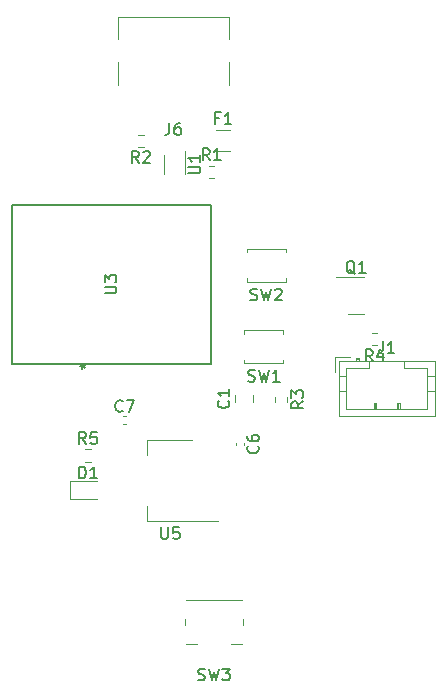
<source format=gbr>
%TF.GenerationSoftware,KiCad,Pcbnew,7.0.10*%
%TF.CreationDate,2024-08-20T03:50:42-07:00*%
%TF.ProjectId,kicad,6b696361-642e-46b6-9963-61645f706362,rev?*%
%TF.SameCoordinates,Original*%
%TF.FileFunction,Legend,Top*%
%TF.FilePolarity,Positive*%
%FSLAX46Y46*%
G04 Gerber Fmt 4.6, Leading zero omitted, Abs format (unit mm)*
G04 Created by KiCad (PCBNEW 7.0.10) date 2024-08-20 03:50:42*
%MOMM*%
%LPD*%
G01*
G04 APERTURE LIST*
%ADD10C,0.150000*%
%ADD11C,0.120000*%
%ADD12C,0.152400*%
G04 APERTURE END LIST*
D10*
X160049580Y-107016666D02*
X160097200Y-107064285D01*
X160097200Y-107064285D02*
X160144819Y-107207142D01*
X160144819Y-107207142D02*
X160144819Y-107302380D01*
X160144819Y-107302380D02*
X160097200Y-107445237D01*
X160097200Y-107445237D02*
X160001961Y-107540475D01*
X160001961Y-107540475D02*
X159906723Y-107588094D01*
X159906723Y-107588094D02*
X159716247Y-107635713D01*
X159716247Y-107635713D02*
X159573390Y-107635713D01*
X159573390Y-107635713D02*
X159382914Y-107588094D01*
X159382914Y-107588094D02*
X159287676Y-107540475D01*
X159287676Y-107540475D02*
X159192438Y-107445237D01*
X159192438Y-107445237D02*
X159144819Y-107302380D01*
X159144819Y-107302380D02*
X159144819Y-107207142D01*
X159144819Y-107207142D02*
X159192438Y-107064285D01*
X159192438Y-107064285D02*
X159240057Y-107016666D01*
X159144819Y-106159523D02*
X159144819Y-106349999D01*
X159144819Y-106349999D02*
X159192438Y-106445237D01*
X159192438Y-106445237D02*
X159240057Y-106492856D01*
X159240057Y-106492856D02*
X159382914Y-106588094D01*
X159382914Y-106588094D02*
X159573390Y-106635713D01*
X159573390Y-106635713D02*
X159954342Y-106635713D01*
X159954342Y-106635713D02*
X160049580Y-106588094D01*
X160049580Y-106588094D02*
X160097200Y-106540475D01*
X160097200Y-106540475D02*
X160144819Y-106445237D01*
X160144819Y-106445237D02*
X160144819Y-106254761D01*
X160144819Y-106254761D02*
X160097200Y-106159523D01*
X160097200Y-106159523D02*
X160049580Y-106111904D01*
X160049580Y-106111904D02*
X159954342Y-106064285D01*
X159954342Y-106064285D02*
X159716247Y-106064285D01*
X159716247Y-106064285D02*
X159621009Y-106111904D01*
X159621009Y-106111904D02*
X159573390Y-106159523D01*
X159573390Y-106159523D02*
X159525771Y-106254761D01*
X159525771Y-106254761D02*
X159525771Y-106445237D01*
X159525771Y-106445237D02*
X159573390Y-106540475D01*
X159573390Y-106540475D02*
X159621009Y-106588094D01*
X159621009Y-106588094D02*
X159716247Y-106635713D01*
X145503333Y-106854819D02*
X145170000Y-106378628D01*
X144931905Y-106854819D02*
X144931905Y-105854819D01*
X144931905Y-105854819D02*
X145312857Y-105854819D01*
X145312857Y-105854819D02*
X145408095Y-105902438D01*
X145408095Y-105902438D02*
X145455714Y-105950057D01*
X145455714Y-105950057D02*
X145503333Y-106045295D01*
X145503333Y-106045295D02*
X145503333Y-106188152D01*
X145503333Y-106188152D02*
X145455714Y-106283390D01*
X145455714Y-106283390D02*
X145408095Y-106331009D01*
X145408095Y-106331009D02*
X145312857Y-106378628D01*
X145312857Y-106378628D02*
X144931905Y-106378628D01*
X146408095Y-105854819D02*
X145931905Y-105854819D01*
X145931905Y-105854819D02*
X145884286Y-106331009D01*
X145884286Y-106331009D02*
X145931905Y-106283390D01*
X145931905Y-106283390D02*
X146027143Y-106235771D01*
X146027143Y-106235771D02*
X146265238Y-106235771D01*
X146265238Y-106235771D02*
X146360476Y-106283390D01*
X146360476Y-106283390D02*
X146408095Y-106331009D01*
X146408095Y-106331009D02*
X146455714Y-106426247D01*
X146455714Y-106426247D02*
X146455714Y-106664342D01*
X146455714Y-106664342D02*
X146408095Y-106759580D01*
X146408095Y-106759580D02*
X146360476Y-106807200D01*
X146360476Y-106807200D02*
X146265238Y-106854819D01*
X146265238Y-106854819D02*
X146027143Y-106854819D01*
X146027143Y-106854819D02*
X145931905Y-106807200D01*
X145931905Y-106807200D02*
X145884286Y-106759580D01*
X169773333Y-99854819D02*
X169440000Y-99378628D01*
X169201905Y-99854819D02*
X169201905Y-98854819D01*
X169201905Y-98854819D02*
X169582857Y-98854819D01*
X169582857Y-98854819D02*
X169678095Y-98902438D01*
X169678095Y-98902438D02*
X169725714Y-98950057D01*
X169725714Y-98950057D02*
X169773333Y-99045295D01*
X169773333Y-99045295D02*
X169773333Y-99188152D01*
X169773333Y-99188152D02*
X169725714Y-99283390D01*
X169725714Y-99283390D02*
X169678095Y-99331009D01*
X169678095Y-99331009D02*
X169582857Y-99378628D01*
X169582857Y-99378628D02*
X169201905Y-99378628D01*
X170630476Y-99188152D02*
X170630476Y-99854819D01*
X170392381Y-98807200D02*
X170154286Y-99521485D01*
X170154286Y-99521485D02*
X170773333Y-99521485D01*
X157549580Y-103176666D02*
X157597200Y-103224285D01*
X157597200Y-103224285D02*
X157644819Y-103367142D01*
X157644819Y-103367142D02*
X157644819Y-103462380D01*
X157644819Y-103462380D02*
X157597200Y-103605237D01*
X157597200Y-103605237D02*
X157501961Y-103700475D01*
X157501961Y-103700475D02*
X157406723Y-103748094D01*
X157406723Y-103748094D02*
X157216247Y-103795713D01*
X157216247Y-103795713D02*
X157073390Y-103795713D01*
X157073390Y-103795713D02*
X156882914Y-103748094D01*
X156882914Y-103748094D02*
X156787676Y-103700475D01*
X156787676Y-103700475D02*
X156692438Y-103605237D01*
X156692438Y-103605237D02*
X156644819Y-103462380D01*
X156644819Y-103462380D02*
X156644819Y-103367142D01*
X156644819Y-103367142D02*
X156692438Y-103224285D01*
X156692438Y-103224285D02*
X156740057Y-103176666D01*
X157644819Y-102224285D02*
X157644819Y-102795713D01*
X157644819Y-102509999D02*
X156644819Y-102509999D01*
X156644819Y-102509999D02*
X156787676Y-102605237D01*
X156787676Y-102605237D02*
X156882914Y-102700475D01*
X156882914Y-102700475D02*
X156930533Y-102795713D01*
X147089719Y-94111903D02*
X147899242Y-94111903D01*
X147899242Y-94111903D02*
X147994480Y-94064284D01*
X147994480Y-94064284D02*
X148042100Y-94016665D01*
X148042100Y-94016665D02*
X148089719Y-93921427D01*
X148089719Y-93921427D02*
X148089719Y-93730951D01*
X148089719Y-93730951D02*
X148042100Y-93635713D01*
X148042100Y-93635713D02*
X147994480Y-93588094D01*
X147994480Y-93588094D02*
X147899242Y-93540475D01*
X147899242Y-93540475D02*
X147089719Y-93540475D01*
X147089719Y-93159522D02*
X147089719Y-92540475D01*
X147089719Y-92540475D02*
X147470671Y-92873808D01*
X147470671Y-92873808D02*
X147470671Y-92730951D01*
X147470671Y-92730951D02*
X147518290Y-92635713D01*
X147518290Y-92635713D02*
X147565909Y-92588094D01*
X147565909Y-92588094D02*
X147661147Y-92540475D01*
X147661147Y-92540475D02*
X147899242Y-92540475D01*
X147899242Y-92540475D02*
X147994480Y-92588094D01*
X147994480Y-92588094D02*
X148042100Y-92635713D01*
X148042100Y-92635713D02*
X148089719Y-92730951D01*
X148089719Y-92730951D02*
X148089719Y-93016665D01*
X148089719Y-93016665D02*
X148042100Y-93111903D01*
X148042100Y-93111903D02*
X147994480Y-93159522D01*
X145013819Y-100291398D02*
X145251914Y-100291398D01*
X145156676Y-100529493D02*
X145251914Y-100291398D01*
X145251914Y-100291398D02*
X145156676Y-100053303D01*
X145442390Y-100434255D02*
X145251914Y-100291398D01*
X145251914Y-100291398D02*
X145442390Y-100148541D01*
X145013819Y-100291398D02*
X145251914Y-100291398D01*
X145156676Y-100529493D02*
X145251914Y-100291398D01*
X145251914Y-100291398D02*
X145156676Y-100053303D01*
X145442390Y-100434255D02*
X145251914Y-100291398D01*
X145251914Y-100291398D02*
X145442390Y-100148541D01*
X159426667Y-94647200D02*
X159569524Y-94694819D01*
X159569524Y-94694819D02*
X159807619Y-94694819D01*
X159807619Y-94694819D02*
X159902857Y-94647200D01*
X159902857Y-94647200D02*
X159950476Y-94599580D01*
X159950476Y-94599580D02*
X159998095Y-94504342D01*
X159998095Y-94504342D02*
X159998095Y-94409104D01*
X159998095Y-94409104D02*
X159950476Y-94313866D01*
X159950476Y-94313866D02*
X159902857Y-94266247D01*
X159902857Y-94266247D02*
X159807619Y-94218628D01*
X159807619Y-94218628D02*
X159617143Y-94171009D01*
X159617143Y-94171009D02*
X159521905Y-94123390D01*
X159521905Y-94123390D02*
X159474286Y-94075771D01*
X159474286Y-94075771D02*
X159426667Y-93980533D01*
X159426667Y-93980533D02*
X159426667Y-93885295D01*
X159426667Y-93885295D02*
X159474286Y-93790057D01*
X159474286Y-93790057D02*
X159521905Y-93742438D01*
X159521905Y-93742438D02*
X159617143Y-93694819D01*
X159617143Y-93694819D02*
X159855238Y-93694819D01*
X159855238Y-93694819D02*
X159998095Y-93742438D01*
X160331429Y-93694819D02*
X160569524Y-94694819D01*
X160569524Y-94694819D02*
X160760000Y-93980533D01*
X160760000Y-93980533D02*
X160950476Y-94694819D01*
X160950476Y-94694819D02*
X161188572Y-93694819D01*
X161521905Y-93790057D02*
X161569524Y-93742438D01*
X161569524Y-93742438D02*
X161664762Y-93694819D01*
X161664762Y-93694819D02*
X161902857Y-93694819D01*
X161902857Y-93694819D02*
X161998095Y-93742438D01*
X161998095Y-93742438D02*
X162045714Y-93790057D01*
X162045714Y-93790057D02*
X162093333Y-93885295D01*
X162093333Y-93885295D02*
X162093333Y-93980533D01*
X162093333Y-93980533D02*
X162045714Y-94123390D01*
X162045714Y-94123390D02*
X161474286Y-94694819D01*
X161474286Y-94694819D02*
X162093333Y-94694819D01*
X170626666Y-98164819D02*
X170626666Y-98879104D01*
X170626666Y-98879104D02*
X170579047Y-99021961D01*
X170579047Y-99021961D02*
X170483809Y-99117200D01*
X170483809Y-99117200D02*
X170340952Y-99164819D01*
X170340952Y-99164819D02*
X170245714Y-99164819D01*
X171626666Y-99164819D02*
X171055238Y-99164819D01*
X171340952Y-99164819D02*
X171340952Y-98164819D01*
X171340952Y-98164819D02*
X171245714Y-98307676D01*
X171245714Y-98307676D02*
X171150476Y-98402914D01*
X171150476Y-98402914D02*
X171055238Y-98450533D01*
X149973333Y-83064819D02*
X149640000Y-82588628D01*
X149401905Y-83064819D02*
X149401905Y-82064819D01*
X149401905Y-82064819D02*
X149782857Y-82064819D01*
X149782857Y-82064819D02*
X149878095Y-82112438D01*
X149878095Y-82112438D02*
X149925714Y-82160057D01*
X149925714Y-82160057D02*
X149973333Y-82255295D01*
X149973333Y-82255295D02*
X149973333Y-82398152D01*
X149973333Y-82398152D02*
X149925714Y-82493390D01*
X149925714Y-82493390D02*
X149878095Y-82541009D01*
X149878095Y-82541009D02*
X149782857Y-82588628D01*
X149782857Y-82588628D02*
X149401905Y-82588628D01*
X150354286Y-82160057D02*
X150401905Y-82112438D01*
X150401905Y-82112438D02*
X150497143Y-82064819D01*
X150497143Y-82064819D02*
X150735238Y-82064819D01*
X150735238Y-82064819D02*
X150830476Y-82112438D01*
X150830476Y-82112438D02*
X150878095Y-82160057D01*
X150878095Y-82160057D02*
X150925714Y-82255295D01*
X150925714Y-82255295D02*
X150925714Y-82350533D01*
X150925714Y-82350533D02*
X150878095Y-82493390D01*
X150878095Y-82493390D02*
X150306667Y-83064819D01*
X150306667Y-83064819D02*
X150925714Y-83064819D01*
X151858095Y-113894819D02*
X151858095Y-114704342D01*
X151858095Y-114704342D02*
X151905714Y-114799580D01*
X151905714Y-114799580D02*
X151953333Y-114847200D01*
X151953333Y-114847200D02*
X152048571Y-114894819D01*
X152048571Y-114894819D02*
X152239047Y-114894819D01*
X152239047Y-114894819D02*
X152334285Y-114847200D01*
X152334285Y-114847200D02*
X152381904Y-114799580D01*
X152381904Y-114799580D02*
X152429523Y-114704342D01*
X152429523Y-114704342D02*
X152429523Y-113894819D01*
X153381904Y-113894819D02*
X152905714Y-113894819D01*
X152905714Y-113894819D02*
X152858095Y-114371009D01*
X152858095Y-114371009D02*
X152905714Y-114323390D01*
X152905714Y-114323390D02*
X153000952Y-114275771D01*
X153000952Y-114275771D02*
X153239047Y-114275771D01*
X153239047Y-114275771D02*
X153334285Y-114323390D01*
X153334285Y-114323390D02*
X153381904Y-114371009D01*
X153381904Y-114371009D02*
X153429523Y-114466247D01*
X153429523Y-114466247D02*
X153429523Y-114704342D01*
X153429523Y-114704342D02*
X153381904Y-114799580D01*
X153381904Y-114799580D02*
X153334285Y-114847200D01*
X153334285Y-114847200D02*
X153239047Y-114894819D01*
X153239047Y-114894819D02*
X153000952Y-114894819D01*
X153000952Y-114894819D02*
X152905714Y-114847200D01*
X152905714Y-114847200D02*
X152858095Y-114799580D01*
X148613333Y-104039580D02*
X148565714Y-104087200D01*
X148565714Y-104087200D02*
X148422857Y-104134819D01*
X148422857Y-104134819D02*
X148327619Y-104134819D01*
X148327619Y-104134819D02*
X148184762Y-104087200D01*
X148184762Y-104087200D02*
X148089524Y-103991961D01*
X148089524Y-103991961D02*
X148041905Y-103896723D01*
X148041905Y-103896723D02*
X147994286Y-103706247D01*
X147994286Y-103706247D02*
X147994286Y-103563390D01*
X147994286Y-103563390D02*
X148041905Y-103372914D01*
X148041905Y-103372914D02*
X148089524Y-103277676D01*
X148089524Y-103277676D02*
X148184762Y-103182438D01*
X148184762Y-103182438D02*
X148327619Y-103134819D01*
X148327619Y-103134819D02*
X148422857Y-103134819D01*
X148422857Y-103134819D02*
X148565714Y-103182438D01*
X148565714Y-103182438D02*
X148613333Y-103230057D01*
X148946667Y-103134819D02*
X149613333Y-103134819D01*
X149613333Y-103134819D02*
X149184762Y-104134819D01*
X156766666Y-79261009D02*
X156433333Y-79261009D01*
X156433333Y-79784819D02*
X156433333Y-78784819D01*
X156433333Y-78784819D02*
X156909523Y-78784819D01*
X157814285Y-79784819D02*
X157242857Y-79784819D01*
X157528571Y-79784819D02*
X157528571Y-78784819D01*
X157528571Y-78784819D02*
X157433333Y-78927676D01*
X157433333Y-78927676D02*
X157338095Y-79022914D01*
X157338095Y-79022914D02*
X157242857Y-79070533D01*
X159236667Y-101527200D02*
X159379524Y-101574819D01*
X159379524Y-101574819D02*
X159617619Y-101574819D01*
X159617619Y-101574819D02*
X159712857Y-101527200D01*
X159712857Y-101527200D02*
X159760476Y-101479580D01*
X159760476Y-101479580D02*
X159808095Y-101384342D01*
X159808095Y-101384342D02*
X159808095Y-101289104D01*
X159808095Y-101289104D02*
X159760476Y-101193866D01*
X159760476Y-101193866D02*
X159712857Y-101146247D01*
X159712857Y-101146247D02*
X159617619Y-101098628D01*
X159617619Y-101098628D02*
X159427143Y-101051009D01*
X159427143Y-101051009D02*
X159331905Y-101003390D01*
X159331905Y-101003390D02*
X159284286Y-100955771D01*
X159284286Y-100955771D02*
X159236667Y-100860533D01*
X159236667Y-100860533D02*
X159236667Y-100765295D01*
X159236667Y-100765295D02*
X159284286Y-100670057D01*
X159284286Y-100670057D02*
X159331905Y-100622438D01*
X159331905Y-100622438D02*
X159427143Y-100574819D01*
X159427143Y-100574819D02*
X159665238Y-100574819D01*
X159665238Y-100574819D02*
X159808095Y-100622438D01*
X160141429Y-100574819D02*
X160379524Y-101574819D01*
X160379524Y-101574819D02*
X160570000Y-100860533D01*
X160570000Y-100860533D02*
X160760476Y-101574819D01*
X160760476Y-101574819D02*
X160998572Y-100574819D01*
X161903333Y-101574819D02*
X161331905Y-101574819D01*
X161617619Y-101574819D02*
X161617619Y-100574819D01*
X161617619Y-100574819D02*
X161522381Y-100717676D01*
X161522381Y-100717676D02*
X161427143Y-100812914D01*
X161427143Y-100812914D02*
X161331905Y-100860533D01*
X154174819Y-83951904D02*
X154984342Y-83951904D01*
X154984342Y-83951904D02*
X155079580Y-83904285D01*
X155079580Y-83904285D02*
X155127200Y-83856666D01*
X155127200Y-83856666D02*
X155174819Y-83761428D01*
X155174819Y-83761428D02*
X155174819Y-83570952D01*
X155174819Y-83570952D02*
X155127200Y-83475714D01*
X155127200Y-83475714D02*
X155079580Y-83428095D01*
X155079580Y-83428095D02*
X154984342Y-83380476D01*
X154984342Y-83380476D02*
X154174819Y-83380476D01*
X155174819Y-82380476D02*
X155174819Y-82951904D01*
X155174819Y-82666190D02*
X154174819Y-82666190D01*
X154174819Y-82666190D02*
X154317676Y-82761428D01*
X154317676Y-82761428D02*
X154412914Y-82856666D01*
X154412914Y-82856666D02*
X154460533Y-82951904D01*
X155973333Y-82834819D02*
X155640000Y-82358628D01*
X155401905Y-82834819D02*
X155401905Y-81834819D01*
X155401905Y-81834819D02*
X155782857Y-81834819D01*
X155782857Y-81834819D02*
X155878095Y-81882438D01*
X155878095Y-81882438D02*
X155925714Y-81930057D01*
X155925714Y-81930057D02*
X155973333Y-82025295D01*
X155973333Y-82025295D02*
X155973333Y-82168152D01*
X155973333Y-82168152D02*
X155925714Y-82263390D01*
X155925714Y-82263390D02*
X155878095Y-82311009D01*
X155878095Y-82311009D02*
X155782857Y-82358628D01*
X155782857Y-82358628D02*
X155401905Y-82358628D01*
X156925714Y-82834819D02*
X156354286Y-82834819D01*
X156640000Y-82834819D02*
X156640000Y-81834819D01*
X156640000Y-81834819D02*
X156544762Y-81977676D01*
X156544762Y-81977676D02*
X156449524Y-82072914D01*
X156449524Y-82072914D02*
X156354286Y-82120533D01*
X144931905Y-109774819D02*
X144931905Y-108774819D01*
X144931905Y-108774819D02*
X145170000Y-108774819D01*
X145170000Y-108774819D02*
X145312857Y-108822438D01*
X145312857Y-108822438D02*
X145408095Y-108917676D01*
X145408095Y-108917676D02*
X145455714Y-109012914D01*
X145455714Y-109012914D02*
X145503333Y-109203390D01*
X145503333Y-109203390D02*
X145503333Y-109346247D01*
X145503333Y-109346247D02*
X145455714Y-109536723D01*
X145455714Y-109536723D02*
X145408095Y-109631961D01*
X145408095Y-109631961D02*
X145312857Y-109727200D01*
X145312857Y-109727200D02*
X145170000Y-109774819D01*
X145170000Y-109774819D02*
X144931905Y-109774819D01*
X146455714Y-109774819D02*
X145884286Y-109774819D01*
X146170000Y-109774819D02*
X146170000Y-108774819D01*
X146170000Y-108774819D02*
X146074762Y-108917676D01*
X146074762Y-108917676D02*
X145979524Y-109012914D01*
X145979524Y-109012914D02*
X145884286Y-109060533D01*
X155016667Y-126832200D02*
X155159524Y-126879819D01*
X155159524Y-126879819D02*
X155397619Y-126879819D01*
X155397619Y-126879819D02*
X155492857Y-126832200D01*
X155492857Y-126832200D02*
X155540476Y-126784580D01*
X155540476Y-126784580D02*
X155588095Y-126689342D01*
X155588095Y-126689342D02*
X155588095Y-126594104D01*
X155588095Y-126594104D02*
X155540476Y-126498866D01*
X155540476Y-126498866D02*
X155492857Y-126451247D01*
X155492857Y-126451247D02*
X155397619Y-126403628D01*
X155397619Y-126403628D02*
X155207143Y-126356009D01*
X155207143Y-126356009D02*
X155111905Y-126308390D01*
X155111905Y-126308390D02*
X155064286Y-126260771D01*
X155064286Y-126260771D02*
X155016667Y-126165533D01*
X155016667Y-126165533D02*
X155016667Y-126070295D01*
X155016667Y-126070295D02*
X155064286Y-125975057D01*
X155064286Y-125975057D02*
X155111905Y-125927438D01*
X155111905Y-125927438D02*
X155207143Y-125879819D01*
X155207143Y-125879819D02*
X155445238Y-125879819D01*
X155445238Y-125879819D02*
X155588095Y-125927438D01*
X155921429Y-125879819D02*
X156159524Y-126879819D01*
X156159524Y-126879819D02*
X156350000Y-126165533D01*
X156350000Y-126165533D02*
X156540476Y-126879819D01*
X156540476Y-126879819D02*
X156778572Y-125879819D01*
X157064286Y-125879819D02*
X157683333Y-125879819D01*
X157683333Y-125879819D02*
X157350000Y-126260771D01*
X157350000Y-126260771D02*
X157492857Y-126260771D01*
X157492857Y-126260771D02*
X157588095Y-126308390D01*
X157588095Y-126308390D02*
X157635714Y-126356009D01*
X157635714Y-126356009D02*
X157683333Y-126451247D01*
X157683333Y-126451247D02*
X157683333Y-126689342D01*
X157683333Y-126689342D02*
X157635714Y-126784580D01*
X157635714Y-126784580D02*
X157588095Y-126832200D01*
X157588095Y-126832200D02*
X157492857Y-126879819D01*
X157492857Y-126879819D02*
X157207143Y-126879819D01*
X157207143Y-126879819D02*
X157111905Y-126832200D01*
X157111905Y-126832200D02*
X157064286Y-126784580D01*
X163904819Y-103256666D02*
X163428628Y-103589999D01*
X163904819Y-103828094D02*
X162904819Y-103828094D01*
X162904819Y-103828094D02*
X162904819Y-103447142D01*
X162904819Y-103447142D02*
X162952438Y-103351904D01*
X162952438Y-103351904D02*
X163000057Y-103304285D01*
X163000057Y-103304285D02*
X163095295Y-103256666D01*
X163095295Y-103256666D02*
X163238152Y-103256666D01*
X163238152Y-103256666D02*
X163333390Y-103304285D01*
X163333390Y-103304285D02*
X163381009Y-103351904D01*
X163381009Y-103351904D02*
X163428628Y-103447142D01*
X163428628Y-103447142D02*
X163428628Y-103828094D01*
X162904819Y-102923332D02*
X162904819Y-102304285D01*
X162904819Y-102304285D02*
X163285771Y-102637618D01*
X163285771Y-102637618D02*
X163285771Y-102494761D01*
X163285771Y-102494761D02*
X163333390Y-102399523D01*
X163333390Y-102399523D02*
X163381009Y-102351904D01*
X163381009Y-102351904D02*
X163476247Y-102304285D01*
X163476247Y-102304285D02*
X163714342Y-102304285D01*
X163714342Y-102304285D02*
X163809580Y-102351904D01*
X163809580Y-102351904D02*
X163857200Y-102399523D01*
X163857200Y-102399523D02*
X163904819Y-102494761D01*
X163904819Y-102494761D02*
X163904819Y-102780475D01*
X163904819Y-102780475D02*
X163857200Y-102875713D01*
X163857200Y-102875713D02*
X163809580Y-102923332D01*
X152566666Y-79679819D02*
X152566666Y-80394104D01*
X152566666Y-80394104D02*
X152519047Y-80536961D01*
X152519047Y-80536961D02*
X152423809Y-80632200D01*
X152423809Y-80632200D02*
X152280952Y-80679819D01*
X152280952Y-80679819D02*
X152185714Y-80679819D01*
X153471428Y-79679819D02*
X153280952Y-79679819D01*
X153280952Y-79679819D02*
X153185714Y-79727438D01*
X153185714Y-79727438D02*
X153138095Y-79775057D01*
X153138095Y-79775057D02*
X153042857Y-79917914D01*
X153042857Y-79917914D02*
X152995238Y-80108390D01*
X152995238Y-80108390D02*
X152995238Y-80489342D01*
X152995238Y-80489342D02*
X153042857Y-80584580D01*
X153042857Y-80584580D02*
X153090476Y-80632200D01*
X153090476Y-80632200D02*
X153185714Y-80679819D01*
X153185714Y-80679819D02*
X153376190Y-80679819D01*
X153376190Y-80679819D02*
X153471428Y-80632200D01*
X153471428Y-80632200D02*
X153519047Y-80584580D01*
X153519047Y-80584580D02*
X153566666Y-80489342D01*
X153566666Y-80489342D02*
X153566666Y-80251247D01*
X153566666Y-80251247D02*
X153519047Y-80156009D01*
X153519047Y-80156009D02*
X153471428Y-80108390D01*
X153471428Y-80108390D02*
X153376190Y-80060771D01*
X153376190Y-80060771D02*
X153185714Y-80060771D01*
X153185714Y-80060771D02*
X153090476Y-80108390D01*
X153090476Y-80108390D02*
X153042857Y-80156009D01*
X153042857Y-80156009D02*
X152995238Y-80251247D01*
X168284761Y-92460057D02*
X168189523Y-92412438D01*
X168189523Y-92412438D02*
X168094285Y-92317200D01*
X168094285Y-92317200D02*
X167951428Y-92174342D01*
X167951428Y-92174342D02*
X167856190Y-92126723D01*
X167856190Y-92126723D02*
X167760952Y-92126723D01*
X167808571Y-92364819D02*
X167713333Y-92317200D01*
X167713333Y-92317200D02*
X167618095Y-92221961D01*
X167618095Y-92221961D02*
X167570476Y-92031485D01*
X167570476Y-92031485D02*
X167570476Y-91698152D01*
X167570476Y-91698152D02*
X167618095Y-91507676D01*
X167618095Y-91507676D02*
X167713333Y-91412438D01*
X167713333Y-91412438D02*
X167808571Y-91364819D01*
X167808571Y-91364819D02*
X167999047Y-91364819D01*
X167999047Y-91364819D02*
X168094285Y-91412438D01*
X168094285Y-91412438D02*
X168189523Y-91507676D01*
X168189523Y-91507676D02*
X168237142Y-91698152D01*
X168237142Y-91698152D02*
X168237142Y-92031485D01*
X168237142Y-92031485D02*
X168189523Y-92221961D01*
X168189523Y-92221961D02*
X168094285Y-92317200D01*
X168094285Y-92317200D02*
X167999047Y-92364819D01*
X167999047Y-92364819D02*
X167808571Y-92364819D01*
X169189523Y-92364819D02*
X168618095Y-92364819D01*
X168903809Y-92364819D02*
X168903809Y-91364819D01*
X168903809Y-91364819D02*
X168808571Y-91507676D01*
X168808571Y-91507676D02*
X168713333Y-91602914D01*
X168713333Y-91602914D02*
X168618095Y-91650533D01*
D11*
%TO.C,C6*%
X158890000Y-106742164D02*
X158890000Y-106957836D01*
X158170000Y-106742164D02*
X158170000Y-106957836D01*
%TO.C,R5*%
X145432742Y-107307500D02*
X145907258Y-107307500D01*
X145432742Y-108352500D02*
X145907258Y-108352500D01*
%TO.C,R4*%
X170177258Y-97447500D02*
X169702742Y-97447500D01*
X170177258Y-98492500D02*
X169702742Y-98492500D01*
%TO.C,C1*%
X158135000Y-103271252D02*
X158135000Y-102748748D01*
X159605000Y-103271252D02*
X159605000Y-102748748D01*
D12*
%TO.C,U3*%
X156067700Y-86618999D02*
X156067700Y-100080999D01*
X139202100Y-86618999D02*
X156067700Y-86618999D01*
X156067700Y-100080999D02*
X139202100Y-100080999D01*
X139202100Y-100080999D02*
X139202100Y-86618999D01*
D11*
%TO.C,SW2*%
X162410000Y-93140000D02*
X159110000Y-93140000D01*
X162410000Y-92840000D02*
X162410000Y-93140000D01*
X162410000Y-90640000D02*
X162410000Y-90340000D01*
X162410000Y-90340000D02*
X159110000Y-90340000D01*
X159110000Y-93140000D02*
X159110000Y-92840000D01*
X159110000Y-90340000D02*
X159110000Y-90640000D01*
%TO.C,J1*%
X166600000Y-99500000D02*
X166600000Y-100750000D01*
X166900000Y-99800000D02*
X166900000Y-104520000D01*
X166900000Y-101110000D02*
X167510000Y-101110000D01*
X166900000Y-102410000D02*
X167510000Y-102410000D01*
X166900000Y-104520000D02*
X175020000Y-104520000D01*
X167510000Y-100410000D02*
X167510000Y-103910000D01*
X167510000Y-103910000D02*
X174410000Y-103910000D01*
X167850000Y-99500000D02*
X166600000Y-99500000D01*
X168360000Y-99600000D02*
X168360000Y-99800000D01*
X168660000Y-99600000D02*
X168360000Y-99600000D01*
X168660000Y-99700000D02*
X168360000Y-99700000D01*
X168660000Y-99800000D02*
X168660000Y-99600000D01*
X169460000Y-99800000D02*
X169460000Y-100410000D01*
X169460000Y-100410000D02*
X167510000Y-100410000D01*
X169860000Y-103410000D02*
X170060000Y-103410000D01*
X169860000Y-103910000D02*
X169860000Y-103410000D01*
X169960000Y-103910000D02*
X169960000Y-103410000D01*
X170060000Y-103410000D02*
X170060000Y-103910000D01*
X171860000Y-103410000D02*
X172060000Y-103410000D01*
X171860000Y-103910000D02*
X171860000Y-103410000D01*
X171960000Y-103910000D02*
X171960000Y-103410000D01*
X172060000Y-103410000D02*
X172060000Y-103910000D01*
X172460000Y-100410000D02*
X172460000Y-99800000D01*
X174410000Y-100410000D02*
X172460000Y-100410000D01*
X174410000Y-103910000D02*
X174410000Y-100410000D01*
X175020000Y-99800000D02*
X166900000Y-99800000D01*
X175020000Y-101110000D02*
X174410000Y-101110000D01*
X175020000Y-102410000D02*
X174410000Y-102410000D01*
X175020000Y-104520000D02*
X175020000Y-99800000D01*
%TO.C,R2*%
X150377258Y-81702500D02*
X149902742Y-81702500D01*
X150377258Y-80657500D02*
X149902742Y-80657500D01*
%TO.C,U5*%
X156720000Y-113350000D02*
X150710000Y-113350000D01*
X154470000Y-106530000D02*
X150710000Y-106530000D01*
X150710000Y-113350000D02*
X150710000Y-112090000D01*
X150710000Y-106530000D02*
X150710000Y-107790000D01*
%TO.C,C7*%
X148672164Y-104480000D02*
X148887836Y-104480000D01*
X148672164Y-105200000D02*
X148887836Y-105200000D01*
%TO.C,F1*%
X156497936Y-80240000D02*
X157702064Y-80240000D01*
X156497936Y-82060000D02*
X157702064Y-82060000D01*
%TO.C,SW1*%
X158920000Y-97220000D02*
X158920000Y-97520000D01*
X158920000Y-100020000D02*
X158920000Y-99720000D01*
X162220000Y-97220000D02*
X158920000Y-97220000D01*
X162220000Y-97520000D02*
X162220000Y-97220000D01*
X162220000Y-99720000D02*
X162220000Y-100020000D01*
X162220000Y-100020000D02*
X158920000Y-100020000D01*
%TO.C,U1*%
X152070000Y-82390000D02*
X152070000Y-83990000D01*
X153870000Y-83990000D02*
X153870000Y-82090000D01*
%TO.C,R1*%
X155902742Y-83287500D02*
X156377258Y-83287500D01*
X155902742Y-84332500D02*
X156377258Y-84332500D01*
%TO.C,D1*%
X144185000Y-110015000D02*
X144185000Y-111485000D01*
X144185000Y-111485000D02*
X146470000Y-111485000D01*
X146470000Y-110015000D02*
X144185000Y-110015000D01*
%TO.C,SW3*%
X158800000Y-121650000D02*
X158800000Y-122200000D01*
X157775000Y-123775000D02*
X158700000Y-123775000D01*
X154000000Y-123775000D02*
X154925000Y-123775000D01*
X154000000Y-120075000D02*
X158700000Y-120075000D01*
X153900000Y-121650000D02*
X153900000Y-122200000D01*
%TO.C,R3*%
X161497500Y-102852742D02*
X161497500Y-103327258D01*
X162542500Y-102852742D02*
X162542500Y-103327258D01*
%TO.C,J6*%
X157600000Y-76480000D02*
X157600000Y-74480000D01*
X157600000Y-72580000D02*
X157600000Y-70680000D01*
X157600000Y-70680000D02*
X148200000Y-70680000D01*
X148200000Y-76480000D02*
X148200000Y-74480000D01*
X148200000Y-72580000D02*
X148200000Y-70680000D01*
%TO.C,Q1*%
X168380000Y-92750000D02*
X166705000Y-92750000D01*
X168380000Y-92750000D02*
X169030000Y-92750000D01*
X168380000Y-95870000D02*
X167730000Y-95870000D01*
X168380000Y-95870000D02*
X169030000Y-95870000D01*
%TD*%
M02*

</source>
